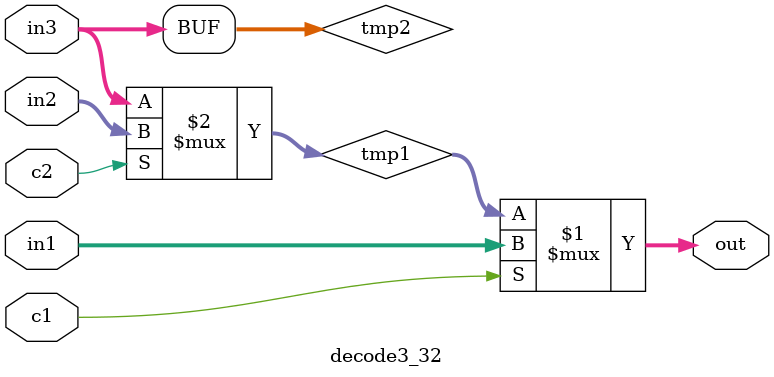
<source format=v>
`timescale 1ns / 1ps
module decode3_32(in1,in2,in3,c1,c2,out
    );
	input [31:0] in1,in2,in3;
	input c1,c2;
	output [31:0] out;
	
	wire [31:0] tmp1,tmp2;
	
	assign out = (c1)?in1:tmp1;
	assign tmp1 = (c2)?in2:tmp2;
	assign tmp2 = in3;

endmodule

</source>
